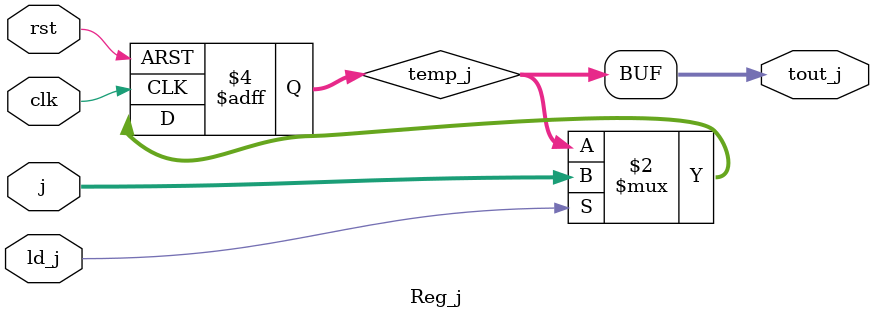
<source format=v>
`timescale 1ns/1ps
module Reg_j#(parameter data_in_width = 16)(
    input clk, 
    input rst,
    input [data_in_width-1:0]j,
    input ld_j,
    output [data_in_width-1:0] tout_j
);
reg [data_in_width-1:0] temp_j;
always@(posedge clk or posedge rst)
begin
    if (rst)
        temp_j <= 0;
    else 
        if(ld_j)
        temp_j <= j;

end
assign tout_j = temp_j;
endmodule
</source>
